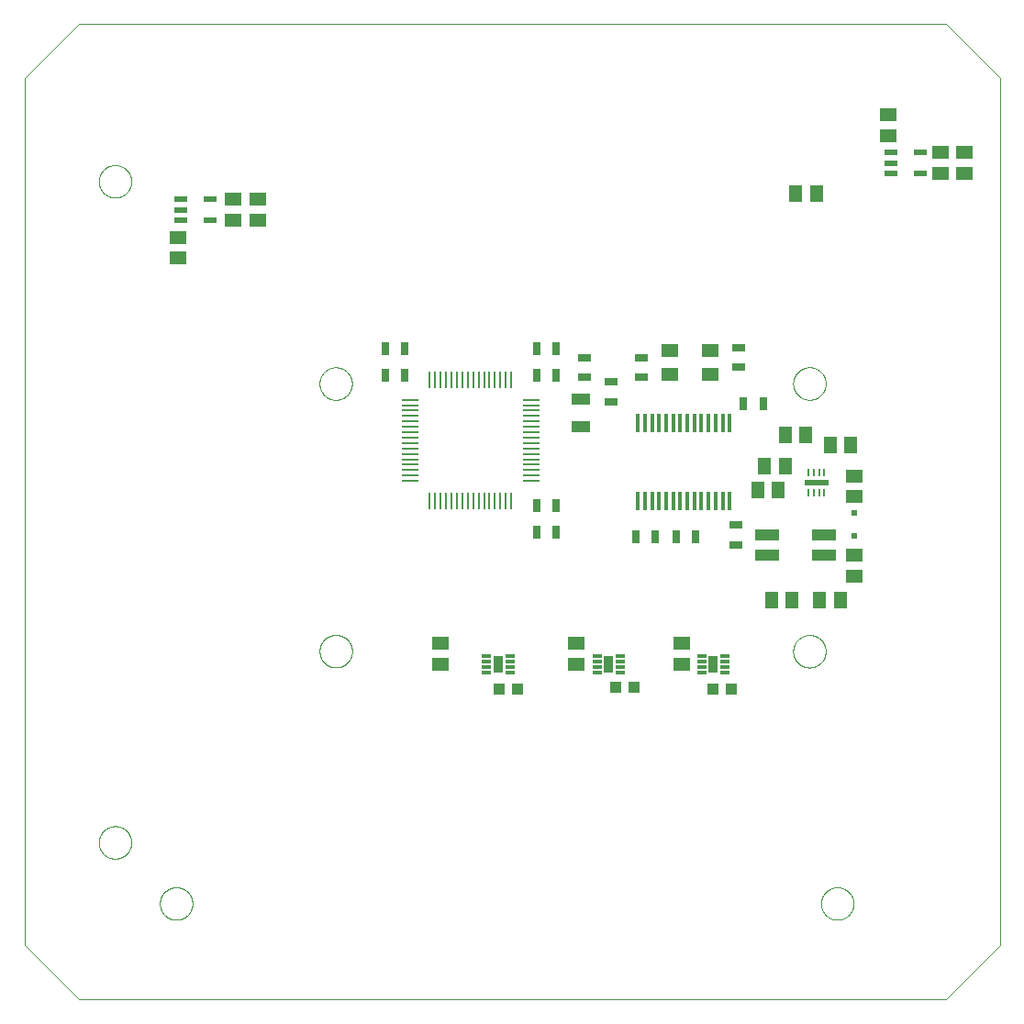
<source format=gtp>
G75*
%MOIN*%
%OFA0B0*%
%FSLAX25Y25*%
%IPPOS*%
%LPD*%
%AMOC8*
5,1,8,0,0,1.08239X$1,22.5*
%
%ADD10R,0.03937X0.04331*%
%ADD11R,0.03268X0.01181*%
%ADD12R,0.03543X0.06299*%
%ADD13C,0.00000*%
%ADD14R,0.05906X0.05118*%
%ADD15R,0.00984X0.06102*%
%ADD16R,0.06102X0.00984*%
%ADD17R,0.01575X0.06890*%
%ADD18R,0.07087X0.03937*%
%ADD19R,0.03150X0.04724*%
%ADD20R,0.04724X0.03150*%
%ADD21R,0.06299X0.04921*%
%ADD22R,0.03937X0.00984*%
%ADD23R,0.00984X0.03937*%
%ADD24R,0.08661X0.02402*%
%ADD25R,0.00984X0.02756*%
%ADD26R,0.05118X0.05906*%
%ADD27R,0.01969X0.01969*%
%ADD28R,0.08661X0.03937*%
%ADD29R,0.04724X0.02362*%
D10*
X0194061Y0132271D03*
X0200754Y0132271D03*
X0236332Y0133042D03*
X0243025Y0133042D03*
X0271679Y0132488D03*
X0278372Y0132488D03*
D11*
X0275913Y0138330D03*
X0275913Y0140299D03*
X0275913Y0142267D03*
X0275913Y0144236D03*
X0267527Y0144236D03*
X0267527Y0142267D03*
X0267527Y0140299D03*
X0267527Y0138330D03*
X0237913Y0138330D03*
X0237913Y0140299D03*
X0237913Y0142267D03*
X0237913Y0144236D03*
X0229527Y0144236D03*
X0229527Y0142267D03*
X0229527Y0140299D03*
X0229527Y0138330D03*
X0197813Y0138430D03*
X0197813Y0140399D03*
X0197813Y0142367D03*
X0197813Y0144336D03*
X0189427Y0144336D03*
X0189427Y0142367D03*
X0189427Y0140399D03*
X0189427Y0138430D03*
D12*
X0193620Y0141383D03*
X0233720Y0141283D03*
X0271720Y0141283D03*
D13*
X0021455Y0039203D02*
X0021455Y0354163D01*
X0041140Y0373848D01*
X0356100Y0373848D01*
X0375785Y0354163D01*
X0375785Y0039203D01*
X0356100Y0019518D01*
X0041140Y0019518D01*
X0021455Y0039203D01*
X0048494Y0076604D02*
X0048496Y0076757D01*
X0048502Y0076911D01*
X0048512Y0077064D01*
X0048526Y0077216D01*
X0048544Y0077369D01*
X0048566Y0077520D01*
X0048591Y0077671D01*
X0048621Y0077822D01*
X0048655Y0077972D01*
X0048692Y0078120D01*
X0048733Y0078268D01*
X0048778Y0078414D01*
X0048827Y0078560D01*
X0048880Y0078704D01*
X0048936Y0078846D01*
X0048996Y0078987D01*
X0049060Y0079127D01*
X0049127Y0079265D01*
X0049198Y0079401D01*
X0049273Y0079535D01*
X0049350Y0079667D01*
X0049432Y0079797D01*
X0049516Y0079925D01*
X0049604Y0080051D01*
X0049695Y0080174D01*
X0049789Y0080295D01*
X0049887Y0080413D01*
X0049987Y0080529D01*
X0050091Y0080642D01*
X0050197Y0080753D01*
X0050306Y0080861D01*
X0050418Y0080966D01*
X0050532Y0081067D01*
X0050650Y0081166D01*
X0050769Y0081262D01*
X0050891Y0081355D01*
X0051016Y0081444D01*
X0051143Y0081531D01*
X0051272Y0081613D01*
X0051403Y0081693D01*
X0051536Y0081769D01*
X0051671Y0081842D01*
X0051808Y0081911D01*
X0051947Y0081976D01*
X0052087Y0082038D01*
X0052229Y0082096D01*
X0052372Y0082151D01*
X0052517Y0082202D01*
X0052663Y0082249D01*
X0052810Y0082292D01*
X0052958Y0082331D01*
X0053107Y0082367D01*
X0053257Y0082398D01*
X0053408Y0082426D01*
X0053559Y0082450D01*
X0053712Y0082470D01*
X0053864Y0082486D01*
X0054017Y0082498D01*
X0054170Y0082506D01*
X0054323Y0082510D01*
X0054477Y0082510D01*
X0054630Y0082506D01*
X0054783Y0082498D01*
X0054936Y0082486D01*
X0055088Y0082470D01*
X0055241Y0082450D01*
X0055392Y0082426D01*
X0055543Y0082398D01*
X0055693Y0082367D01*
X0055842Y0082331D01*
X0055990Y0082292D01*
X0056137Y0082249D01*
X0056283Y0082202D01*
X0056428Y0082151D01*
X0056571Y0082096D01*
X0056713Y0082038D01*
X0056853Y0081976D01*
X0056992Y0081911D01*
X0057129Y0081842D01*
X0057264Y0081769D01*
X0057397Y0081693D01*
X0057528Y0081613D01*
X0057657Y0081531D01*
X0057784Y0081444D01*
X0057909Y0081355D01*
X0058031Y0081262D01*
X0058150Y0081166D01*
X0058268Y0081067D01*
X0058382Y0080966D01*
X0058494Y0080861D01*
X0058603Y0080753D01*
X0058709Y0080642D01*
X0058813Y0080529D01*
X0058913Y0080413D01*
X0059011Y0080295D01*
X0059105Y0080174D01*
X0059196Y0080051D01*
X0059284Y0079925D01*
X0059368Y0079797D01*
X0059450Y0079667D01*
X0059527Y0079535D01*
X0059602Y0079401D01*
X0059673Y0079265D01*
X0059740Y0079127D01*
X0059804Y0078987D01*
X0059864Y0078846D01*
X0059920Y0078704D01*
X0059973Y0078560D01*
X0060022Y0078414D01*
X0060067Y0078268D01*
X0060108Y0078120D01*
X0060145Y0077972D01*
X0060179Y0077822D01*
X0060209Y0077671D01*
X0060234Y0077520D01*
X0060256Y0077369D01*
X0060274Y0077216D01*
X0060288Y0077064D01*
X0060298Y0076911D01*
X0060304Y0076757D01*
X0060306Y0076604D01*
X0060304Y0076451D01*
X0060298Y0076297D01*
X0060288Y0076144D01*
X0060274Y0075992D01*
X0060256Y0075839D01*
X0060234Y0075688D01*
X0060209Y0075537D01*
X0060179Y0075386D01*
X0060145Y0075236D01*
X0060108Y0075088D01*
X0060067Y0074940D01*
X0060022Y0074794D01*
X0059973Y0074648D01*
X0059920Y0074504D01*
X0059864Y0074362D01*
X0059804Y0074221D01*
X0059740Y0074081D01*
X0059673Y0073943D01*
X0059602Y0073807D01*
X0059527Y0073673D01*
X0059450Y0073541D01*
X0059368Y0073411D01*
X0059284Y0073283D01*
X0059196Y0073157D01*
X0059105Y0073034D01*
X0059011Y0072913D01*
X0058913Y0072795D01*
X0058813Y0072679D01*
X0058709Y0072566D01*
X0058603Y0072455D01*
X0058494Y0072347D01*
X0058382Y0072242D01*
X0058268Y0072141D01*
X0058150Y0072042D01*
X0058031Y0071946D01*
X0057909Y0071853D01*
X0057784Y0071764D01*
X0057657Y0071677D01*
X0057528Y0071595D01*
X0057397Y0071515D01*
X0057264Y0071439D01*
X0057129Y0071366D01*
X0056992Y0071297D01*
X0056853Y0071232D01*
X0056713Y0071170D01*
X0056571Y0071112D01*
X0056428Y0071057D01*
X0056283Y0071006D01*
X0056137Y0070959D01*
X0055990Y0070916D01*
X0055842Y0070877D01*
X0055693Y0070841D01*
X0055543Y0070810D01*
X0055392Y0070782D01*
X0055241Y0070758D01*
X0055088Y0070738D01*
X0054936Y0070722D01*
X0054783Y0070710D01*
X0054630Y0070702D01*
X0054477Y0070698D01*
X0054323Y0070698D01*
X0054170Y0070702D01*
X0054017Y0070710D01*
X0053864Y0070722D01*
X0053712Y0070738D01*
X0053559Y0070758D01*
X0053408Y0070782D01*
X0053257Y0070810D01*
X0053107Y0070841D01*
X0052958Y0070877D01*
X0052810Y0070916D01*
X0052663Y0070959D01*
X0052517Y0071006D01*
X0052372Y0071057D01*
X0052229Y0071112D01*
X0052087Y0071170D01*
X0051947Y0071232D01*
X0051808Y0071297D01*
X0051671Y0071366D01*
X0051536Y0071439D01*
X0051403Y0071515D01*
X0051272Y0071595D01*
X0051143Y0071677D01*
X0051016Y0071764D01*
X0050891Y0071853D01*
X0050769Y0071946D01*
X0050650Y0072042D01*
X0050532Y0072141D01*
X0050418Y0072242D01*
X0050306Y0072347D01*
X0050197Y0072455D01*
X0050091Y0072566D01*
X0049987Y0072679D01*
X0049887Y0072795D01*
X0049789Y0072913D01*
X0049695Y0073034D01*
X0049604Y0073157D01*
X0049516Y0073283D01*
X0049432Y0073411D01*
X0049350Y0073541D01*
X0049273Y0073673D01*
X0049198Y0073807D01*
X0049127Y0073943D01*
X0049060Y0074081D01*
X0048996Y0074221D01*
X0048936Y0074362D01*
X0048880Y0074504D01*
X0048827Y0074648D01*
X0048778Y0074794D01*
X0048733Y0074940D01*
X0048692Y0075088D01*
X0048655Y0075236D01*
X0048621Y0075386D01*
X0048591Y0075537D01*
X0048566Y0075688D01*
X0048544Y0075839D01*
X0048526Y0075992D01*
X0048512Y0076144D01*
X0048502Y0076297D01*
X0048496Y0076451D01*
X0048494Y0076604D01*
X0070698Y0054400D02*
X0070700Y0054553D01*
X0070706Y0054707D01*
X0070716Y0054860D01*
X0070730Y0055012D01*
X0070748Y0055165D01*
X0070770Y0055316D01*
X0070795Y0055467D01*
X0070825Y0055618D01*
X0070859Y0055768D01*
X0070896Y0055916D01*
X0070937Y0056064D01*
X0070982Y0056210D01*
X0071031Y0056356D01*
X0071084Y0056500D01*
X0071140Y0056642D01*
X0071200Y0056783D01*
X0071264Y0056923D01*
X0071331Y0057061D01*
X0071402Y0057197D01*
X0071477Y0057331D01*
X0071554Y0057463D01*
X0071636Y0057593D01*
X0071720Y0057721D01*
X0071808Y0057847D01*
X0071899Y0057970D01*
X0071993Y0058091D01*
X0072091Y0058209D01*
X0072191Y0058325D01*
X0072295Y0058438D01*
X0072401Y0058549D01*
X0072510Y0058657D01*
X0072622Y0058762D01*
X0072736Y0058863D01*
X0072854Y0058962D01*
X0072973Y0059058D01*
X0073095Y0059151D01*
X0073220Y0059240D01*
X0073347Y0059327D01*
X0073476Y0059409D01*
X0073607Y0059489D01*
X0073740Y0059565D01*
X0073875Y0059638D01*
X0074012Y0059707D01*
X0074151Y0059772D01*
X0074291Y0059834D01*
X0074433Y0059892D01*
X0074576Y0059947D01*
X0074721Y0059998D01*
X0074867Y0060045D01*
X0075014Y0060088D01*
X0075162Y0060127D01*
X0075311Y0060163D01*
X0075461Y0060194D01*
X0075612Y0060222D01*
X0075763Y0060246D01*
X0075916Y0060266D01*
X0076068Y0060282D01*
X0076221Y0060294D01*
X0076374Y0060302D01*
X0076527Y0060306D01*
X0076681Y0060306D01*
X0076834Y0060302D01*
X0076987Y0060294D01*
X0077140Y0060282D01*
X0077292Y0060266D01*
X0077445Y0060246D01*
X0077596Y0060222D01*
X0077747Y0060194D01*
X0077897Y0060163D01*
X0078046Y0060127D01*
X0078194Y0060088D01*
X0078341Y0060045D01*
X0078487Y0059998D01*
X0078632Y0059947D01*
X0078775Y0059892D01*
X0078917Y0059834D01*
X0079057Y0059772D01*
X0079196Y0059707D01*
X0079333Y0059638D01*
X0079468Y0059565D01*
X0079601Y0059489D01*
X0079732Y0059409D01*
X0079861Y0059327D01*
X0079988Y0059240D01*
X0080113Y0059151D01*
X0080235Y0059058D01*
X0080354Y0058962D01*
X0080472Y0058863D01*
X0080586Y0058762D01*
X0080698Y0058657D01*
X0080807Y0058549D01*
X0080913Y0058438D01*
X0081017Y0058325D01*
X0081117Y0058209D01*
X0081215Y0058091D01*
X0081309Y0057970D01*
X0081400Y0057847D01*
X0081488Y0057721D01*
X0081572Y0057593D01*
X0081654Y0057463D01*
X0081731Y0057331D01*
X0081806Y0057197D01*
X0081877Y0057061D01*
X0081944Y0056923D01*
X0082008Y0056783D01*
X0082068Y0056642D01*
X0082124Y0056500D01*
X0082177Y0056356D01*
X0082226Y0056210D01*
X0082271Y0056064D01*
X0082312Y0055916D01*
X0082349Y0055768D01*
X0082383Y0055618D01*
X0082413Y0055467D01*
X0082438Y0055316D01*
X0082460Y0055165D01*
X0082478Y0055012D01*
X0082492Y0054860D01*
X0082502Y0054707D01*
X0082508Y0054553D01*
X0082510Y0054400D01*
X0082508Y0054247D01*
X0082502Y0054093D01*
X0082492Y0053940D01*
X0082478Y0053788D01*
X0082460Y0053635D01*
X0082438Y0053484D01*
X0082413Y0053333D01*
X0082383Y0053182D01*
X0082349Y0053032D01*
X0082312Y0052884D01*
X0082271Y0052736D01*
X0082226Y0052590D01*
X0082177Y0052444D01*
X0082124Y0052300D01*
X0082068Y0052158D01*
X0082008Y0052017D01*
X0081944Y0051877D01*
X0081877Y0051739D01*
X0081806Y0051603D01*
X0081731Y0051469D01*
X0081654Y0051337D01*
X0081572Y0051207D01*
X0081488Y0051079D01*
X0081400Y0050953D01*
X0081309Y0050830D01*
X0081215Y0050709D01*
X0081117Y0050591D01*
X0081017Y0050475D01*
X0080913Y0050362D01*
X0080807Y0050251D01*
X0080698Y0050143D01*
X0080586Y0050038D01*
X0080472Y0049937D01*
X0080354Y0049838D01*
X0080235Y0049742D01*
X0080113Y0049649D01*
X0079988Y0049560D01*
X0079861Y0049473D01*
X0079732Y0049391D01*
X0079601Y0049311D01*
X0079468Y0049235D01*
X0079333Y0049162D01*
X0079196Y0049093D01*
X0079057Y0049028D01*
X0078917Y0048966D01*
X0078775Y0048908D01*
X0078632Y0048853D01*
X0078487Y0048802D01*
X0078341Y0048755D01*
X0078194Y0048712D01*
X0078046Y0048673D01*
X0077897Y0048637D01*
X0077747Y0048606D01*
X0077596Y0048578D01*
X0077445Y0048554D01*
X0077292Y0048534D01*
X0077140Y0048518D01*
X0076987Y0048506D01*
X0076834Y0048498D01*
X0076681Y0048494D01*
X0076527Y0048494D01*
X0076374Y0048498D01*
X0076221Y0048506D01*
X0076068Y0048518D01*
X0075916Y0048534D01*
X0075763Y0048554D01*
X0075612Y0048578D01*
X0075461Y0048606D01*
X0075311Y0048637D01*
X0075162Y0048673D01*
X0075014Y0048712D01*
X0074867Y0048755D01*
X0074721Y0048802D01*
X0074576Y0048853D01*
X0074433Y0048908D01*
X0074291Y0048966D01*
X0074151Y0049028D01*
X0074012Y0049093D01*
X0073875Y0049162D01*
X0073740Y0049235D01*
X0073607Y0049311D01*
X0073476Y0049391D01*
X0073347Y0049473D01*
X0073220Y0049560D01*
X0073095Y0049649D01*
X0072973Y0049742D01*
X0072854Y0049838D01*
X0072736Y0049937D01*
X0072622Y0050038D01*
X0072510Y0050143D01*
X0072401Y0050251D01*
X0072295Y0050362D01*
X0072191Y0050475D01*
X0072091Y0050591D01*
X0071993Y0050709D01*
X0071899Y0050830D01*
X0071808Y0050953D01*
X0071720Y0051079D01*
X0071636Y0051207D01*
X0071554Y0051337D01*
X0071477Y0051469D01*
X0071402Y0051603D01*
X0071331Y0051739D01*
X0071264Y0051877D01*
X0071200Y0052017D01*
X0071140Y0052158D01*
X0071084Y0052300D01*
X0071031Y0052444D01*
X0070982Y0052590D01*
X0070937Y0052736D01*
X0070896Y0052884D01*
X0070859Y0053032D01*
X0070825Y0053182D01*
X0070795Y0053333D01*
X0070770Y0053484D01*
X0070748Y0053635D01*
X0070730Y0053788D01*
X0070716Y0053940D01*
X0070706Y0054093D01*
X0070700Y0054247D01*
X0070698Y0054400D01*
X0128694Y0146083D02*
X0128696Y0146236D01*
X0128702Y0146390D01*
X0128712Y0146543D01*
X0128726Y0146695D01*
X0128744Y0146848D01*
X0128766Y0146999D01*
X0128791Y0147150D01*
X0128821Y0147301D01*
X0128855Y0147451D01*
X0128892Y0147599D01*
X0128933Y0147747D01*
X0128978Y0147893D01*
X0129027Y0148039D01*
X0129080Y0148183D01*
X0129136Y0148325D01*
X0129196Y0148466D01*
X0129260Y0148606D01*
X0129327Y0148744D01*
X0129398Y0148880D01*
X0129473Y0149014D01*
X0129550Y0149146D01*
X0129632Y0149276D01*
X0129716Y0149404D01*
X0129804Y0149530D01*
X0129895Y0149653D01*
X0129989Y0149774D01*
X0130087Y0149892D01*
X0130187Y0150008D01*
X0130291Y0150121D01*
X0130397Y0150232D01*
X0130506Y0150340D01*
X0130618Y0150445D01*
X0130732Y0150546D01*
X0130850Y0150645D01*
X0130969Y0150741D01*
X0131091Y0150834D01*
X0131216Y0150923D01*
X0131343Y0151010D01*
X0131472Y0151092D01*
X0131603Y0151172D01*
X0131736Y0151248D01*
X0131871Y0151321D01*
X0132008Y0151390D01*
X0132147Y0151455D01*
X0132287Y0151517D01*
X0132429Y0151575D01*
X0132572Y0151630D01*
X0132717Y0151681D01*
X0132863Y0151728D01*
X0133010Y0151771D01*
X0133158Y0151810D01*
X0133307Y0151846D01*
X0133457Y0151877D01*
X0133608Y0151905D01*
X0133759Y0151929D01*
X0133912Y0151949D01*
X0134064Y0151965D01*
X0134217Y0151977D01*
X0134370Y0151985D01*
X0134523Y0151989D01*
X0134677Y0151989D01*
X0134830Y0151985D01*
X0134983Y0151977D01*
X0135136Y0151965D01*
X0135288Y0151949D01*
X0135441Y0151929D01*
X0135592Y0151905D01*
X0135743Y0151877D01*
X0135893Y0151846D01*
X0136042Y0151810D01*
X0136190Y0151771D01*
X0136337Y0151728D01*
X0136483Y0151681D01*
X0136628Y0151630D01*
X0136771Y0151575D01*
X0136913Y0151517D01*
X0137053Y0151455D01*
X0137192Y0151390D01*
X0137329Y0151321D01*
X0137464Y0151248D01*
X0137597Y0151172D01*
X0137728Y0151092D01*
X0137857Y0151010D01*
X0137984Y0150923D01*
X0138109Y0150834D01*
X0138231Y0150741D01*
X0138350Y0150645D01*
X0138468Y0150546D01*
X0138582Y0150445D01*
X0138694Y0150340D01*
X0138803Y0150232D01*
X0138909Y0150121D01*
X0139013Y0150008D01*
X0139113Y0149892D01*
X0139211Y0149774D01*
X0139305Y0149653D01*
X0139396Y0149530D01*
X0139484Y0149404D01*
X0139568Y0149276D01*
X0139650Y0149146D01*
X0139727Y0149014D01*
X0139802Y0148880D01*
X0139873Y0148744D01*
X0139940Y0148606D01*
X0140004Y0148466D01*
X0140064Y0148325D01*
X0140120Y0148183D01*
X0140173Y0148039D01*
X0140222Y0147893D01*
X0140267Y0147747D01*
X0140308Y0147599D01*
X0140345Y0147451D01*
X0140379Y0147301D01*
X0140409Y0147150D01*
X0140434Y0146999D01*
X0140456Y0146848D01*
X0140474Y0146695D01*
X0140488Y0146543D01*
X0140498Y0146390D01*
X0140504Y0146236D01*
X0140506Y0146083D01*
X0140504Y0145930D01*
X0140498Y0145776D01*
X0140488Y0145623D01*
X0140474Y0145471D01*
X0140456Y0145318D01*
X0140434Y0145167D01*
X0140409Y0145016D01*
X0140379Y0144865D01*
X0140345Y0144715D01*
X0140308Y0144567D01*
X0140267Y0144419D01*
X0140222Y0144273D01*
X0140173Y0144127D01*
X0140120Y0143983D01*
X0140064Y0143841D01*
X0140004Y0143700D01*
X0139940Y0143560D01*
X0139873Y0143422D01*
X0139802Y0143286D01*
X0139727Y0143152D01*
X0139650Y0143020D01*
X0139568Y0142890D01*
X0139484Y0142762D01*
X0139396Y0142636D01*
X0139305Y0142513D01*
X0139211Y0142392D01*
X0139113Y0142274D01*
X0139013Y0142158D01*
X0138909Y0142045D01*
X0138803Y0141934D01*
X0138694Y0141826D01*
X0138582Y0141721D01*
X0138468Y0141620D01*
X0138350Y0141521D01*
X0138231Y0141425D01*
X0138109Y0141332D01*
X0137984Y0141243D01*
X0137857Y0141156D01*
X0137728Y0141074D01*
X0137597Y0140994D01*
X0137464Y0140918D01*
X0137329Y0140845D01*
X0137192Y0140776D01*
X0137053Y0140711D01*
X0136913Y0140649D01*
X0136771Y0140591D01*
X0136628Y0140536D01*
X0136483Y0140485D01*
X0136337Y0140438D01*
X0136190Y0140395D01*
X0136042Y0140356D01*
X0135893Y0140320D01*
X0135743Y0140289D01*
X0135592Y0140261D01*
X0135441Y0140237D01*
X0135288Y0140217D01*
X0135136Y0140201D01*
X0134983Y0140189D01*
X0134830Y0140181D01*
X0134677Y0140177D01*
X0134523Y0140177D01*
X0134370Y0140181D01*
X0134217Y0140189D01*
X0134064Y0140201D01*
X0133912Y0140217D01*
X0133759Y0140237D01*
X0133608Y0140261D01*
X0133457Y0140289D01*
X0133307Y0140320D01*
X0133158Y0140356D01*
X0133010Y0140395D01*
X0132863Y0140438D01*
X0132717Y0140485D01*
X0132572Y0140536D01*
X0132429Y0140591D01*
X0132287Y0140649D01*
X0132147Y0140711D01*
X0132008Y0140776D01*
X0131871Y0140845D01*
X0131736Y0140918D01*
X0131603Y0140994D01*
X0131472Y0141074D01*
X0131343Y0141156D01*
X0131216Y0141243D01*
X0131091Y0141332D01*
X0130969Y0141425D01*
X0130850Y0141521D01*
X0130732Y0141620D01*
X0130618Y0141721D01*
X0130506Y0141826D01*
X0130397Y0141934D01*
X0130291Y0142045D01*
X0130187Y0142158D01*
X0130087Y0142274D01*
X0129989Y0142392D01*
X0129895Y0142513D01*
X0129804Y0142636D01*
X0129716Y0142762D01*
X0129632Y0142890D01*
X0129550Y0143020D01*
X0129473Y0143152D01*
X0129398Y0143286D01*
X0129327Y0143422D01*
X0129260Y0143560D01*
X0129196Y0143700D01*
X0129136Y0143841D01*
X0129080Y0143983D01*
X0129027Y0144127D01*
X0128978Y0144273D01*
X0128933Y0144419D01*
X0128892Y0144567D01*
X0128855Y0144715D01*
X0128821Y0144865D01*
X0128791Y0145016D01*
X0128766Y0145167D01*
X0128744Y0145318D01*
X0128726Y0145471D01*
X0128712Y0145623D01*
X0128702Y0145776D01*
X0128696Y0145930D01*
X0128694Y0146083D01*
X0128664Y0243293D02*
X0128666Y0243446D01*
X0128672Y0243600D01*
X0128682Y0243753D01*
X0128696Y0243905D01*
X0128714Y0244058D01*
X0128736Y0244209D01*
X0128761Y0244360D01*
X0128791Y0244511D01*
X0128825Y0244661D01*
X0128862Y0244809D01*
X0128903Y0244957D01*
X0128948Y0245103D01*
X0128997Y0245249D01*
X0129050Y0245393D01*
X0129106Y0245535D01*
X0129166Y0245676D01*
X0129230Y0245816D01*
X0129297Y0245954D01*
X0129368Y0246090D01*
X0129443Y0246224D01*
X0129520Y0246356D01*
X0129602Y0246486D01*
X0129686Y0246614D01*
X0129774Y0246740D01*
X0129865Y0246863D01*
X0129959Y0246984D01*
X0130057Y0247102D01*
X0130157Y0247218D01*
X0130261Y0247331D01*
X0130367Y0247442D01*
X0130476Y0247550D01*
X0130588Y0247655D01*
X0130702Y0247756D01*
X0130820Y0247855D01*
X0130939Y0247951D01*
X0131061Y0248044D01*
X0131186Y0248133D01*
X0131313Y0248220D01*
X0131442Y0248302D01*
X0131573Y0248382D01*
X0131706Y0248458D01*
X0131841Y0248531D01*
X0131978Y0248600D01*
X0132117Y0248665D01*
X0132257Y0248727D01*
X0132399Y0248785D01*
X0132542Y0248840D01*
X0132687Y0248891D01*
X0132833Y0248938D01*
X0132980Y0248981D01*
X0133128Y0249020D01*
X0133277Y0249056D01*
X0133427Y0249087D01*
X0133578Y0249115D01*
X0133729Y0249139D01*
X0133882Y0249159D01*
X0134034Y0249175D01*
X0134187Y0249187D01*
X0134340Y0249195D01*
X0134493Y0249199D01*
X0134647Y0249199D01*
X0134800Y0249195D01*
X0134953Y0249187D01*
X0135106Y0249175D01*
X0135258Y0249159D01*
X0135411Y0249139D01*
X0135562Y0249115D01*
X0135713Y0249087D01*
X0135863Y0249056D01*
X0136012Y0249020D01*
X0136160Y0248981D01*
X0136307Y0248938D01*
X0136453Y0248891D01*
X0136598Y0248840D01*
X0136741Y0248785D01*
X0136883Y0248727D01*
X0137023Y0248665D01*
X0137162Y0248600D01*
X0137299Y0248531D01*
X0137434Y0248458D01*
X0137567Y0248382D01*
X0137698Y0248302D01*
X0137827Y0248220D01*
X0137954Y0248133D01*
X0138079Y0248044D01*
X0138201Y0247951D01*
X0138320Y0247855D01*
X0138438Y0247756D01*
X0138552Y0247655D01*
X0138664Y0247550D01*
X0138773Y0247442D01*
X0138879Y0247331D01*
X0138983Y0247218D01*
X0139083Y0247102D01*
X0139181Y0246984D01*
X0139275Y0246863D01*
X0139366Y0246740D01*
X0139454Y0246614D01*
X0139538Y0246486D01*
X0139620Y0246356D01*
X0139697Y0246224D01*
X0139772Y0246090D01*
X0139843Y0245954D01*
X0139910Y0245816D01*
X0139974Y0245676D01*
X0140034Y0245535D01*
X0140090Y0245393D01*
X0140143Y0245249D01*
X0140192Y0245103D01*
X0140237Y0244957D01*
X0140278Y0244809D01*
X0140315Y0244661D01*
X0140349Y0244511D01*
X0140379Y0244360D01*
X0140404Y0244209D01*
X0140426Y0244058D01*
X0140444Y0243905D01*
X0140458Y0243753D01*
X0140468Y0243600D01*
X0140474Y0243446D01*
X0140476Y0243293D01*
X0140474Y0243140D01*
X0140468Y0242986D01*
X0140458Y0242833D01*
X0140444Y0242681D01*
X0140426Y0242528D01*
X0140404Y0242377D01*
X0140379Y0242226D01*
X0140349Y0242075D01*
X0140315Y0241925D01*
X0140278Y0241777D01*
X0140237Y0241629D01*
X0140192Y0241483D01*
X0140143Y0241337D01*
X0140090Y0241193D01*
X0140034Y0241051D01*
X0139974Y0240910D01*
X0139910Y0240770D01*
X0139843Y0240632D01*
X0139772Y0240496D01*
X0139697Y0240362D01*
X0139620Y0240230D01*
X0139538Y0240100D01*
X0139454Y0239972D01*
X0139366Y0239846D01*
X0139275Y0239723D01*
X0139181Y0239602D01*
X0139083Y0239484D01*
X0138983Y0239368D01*
X0138879Y0239255D01*
X0138773Y0239144D01*
X0138664Y0239036D01*
X0138552Y0238931D01*
X0138438Y0238830D01*
X0138320Y0238731D01*
X0138201Y0238635D01*
X0138079Y0238542D01*
X0137954Y0238453D01*
X0137827Y0238366D01*
X0137698Y0238284D01*
X0137567Y0238204D01*
X0137434Y0238128D01*
X0137299Y0238055D01*
X0137162Y0237986D01*
X0137023Y0237921D01*
X0136883Y0237859D01*
X0136741Y0237801D01*
X0136598Y0237746D01*
X0136453Y0237695D01*
X0136307Y0237648D01*
X0136160Y0237605D01*
X0136012Y0237566D01*
X0135863Y0237530D01*
X0135713Y0237499D01*
X0135562Y0237471D01*
X0135411Y0237447D01*
X0135258Y0237427D01*
X0135106Y0237411D01*
X0134953Y0237399D01*
X0134800Y0237391D01*
X0134647Y0237387D01*
X0134493Y0237387D01*
X0134340Y0237391D01*
X0134187Y0237399D01*
X0134034Y0237411D01*
X0133882Y0237427D01*
X0133729Y0237447D01*
X0133578Y0237471D01*
X0133427Y0237499D01*
X0133277Y0237530D01*
X0133128Y0237566D01*
X0132980Y0237605D01*
X0132833Y0237648D01*
X0132687Y0237695D01*
X0132542Y0237746D01*
X0132399Y0237801D01*
X0132257Y0237859D01*
X0132117Y0237921D01*
X0131978Y0237986D01*
X0131841Y0238055D01*
X0131706Y0238128D01*
X0131573Y0238204D01*
X0131442Y0238284D01*
X0131313Y0238366D01*
X0131186Y0238453D01*
X0131061Y0238542D01*
X0130939Y0238635D01*
X0130820Y0238731D01*
X0130702Y0238830D01*
X0130588Y0238931D01*
X0130476Y0239036D01*
X0130367Y0239144D01*
X0130261Y0239255D01*
X0130157Y0239368D01*
X0130057Y0239484D01*
X0129959Y0239602D01*
X0129865Y0239723D01*
X0129774Y0239846D01*
X0129686Y0239972D01*
X0129602Y0240100D01*
X0129520Y0240230D01*
X0129443Y0240362D01*
X0129368Y0240496D01*
X0129297Y0240632D01*
X0129230Y0240770D01*
X0129166Y0240910D01*
X0129106Y0241051D01*
X0129050Y0241193D01*
X0128997Y0241337D01*
X0128948Y0241483D01*
X0128903Y0241629D01*
X0128862Y0241777D01*
X0128825Y0241925D01*
X0128791Y0242075D01*
X0128761Y0242226D01*
X0128736Y0242377D01*
X0128714Y0242528D01*
X0128696Y0242681D01*
X0128682Y0242833D01*
X0128672Y0242986D01*
X0128666Y0243140D01*
X0128664Y0243293D01*
X0048494Y0316762D02*
X0048496Y0316915D01*
X0048502Y0317069D01*
X0048512Y0317222D01*
X0048526Y0317374D01*
X0048544Y0317527D01*
X0048566Y0317678D01*
X0048591Y0317829D01*
X0048621Y0317980D01*
X0048655Y0318130D01*
X0048692Y0318278D01*
X0048733Y0318426D01*
X0048778Y0318572D01*
X0048827Y0318718D01*
X0048880Y0318862D01*
X0048936Y0319004D01*
X0048996Y0319145D01*
X0049060Y0319285D01*
X0049127Y0319423D01*
X0049198Y0319559D01*
X0049273Y0319693D01*
X0049350Y0319825D01*
X0049432Y0319955D01*
X0049516Y0320083D01*
X0049604Y0320209D01*
X0049695Y0320332D01*
X0049789Y0320453D01*
X0049887Y0320571D01*
X0049987Y0320687D01*
X0050091Y0320800D01*
X0050197Y0320911D01*
X0050306Y0321019D01*
X0050418Y0321124D01*
X0050532Y0321225D01*
X0050650Y0321324D01*
X0050769Y0321420D01*
X0050891Y0321513D01*
X0051016Y0321602D01*
X0051143Y0321689D01*
X0051272Y0321771D01*
X0051403Y0321851D01*
X0051536Y0321927D01*
X0051671Y0322000D01*
X0051808Y0322069D01*
X0051947Y0322134D01*
X0052087Y0322196D01*
X0052229Y0322254D01*
X0052372Y0322309D01*
X0052517Y0322360D01*
X0052663Y0322407D01*
X0052810Y0322450D01*
X0052958Y0322489D01*
X0053107Y0322525D01*
X0053257Y0322556D01*
X0053408Y0322584D01*
X0053559Y0322608D01*
X0053712Y0322628D01*
X0053864Y0322644D01*
X0054017Y0322656D01*
X0054170Y0322664D01*
X0054323Y0322668D01*
X0054477Y0322668D01*
X0054630Y0322664D01*
X0054783Y0322656D01*
X0054936Y0322644D01*
X0055088Y0322628D01*
X0055241Y0322608D01*
X0055392Y0322584D01*
X0055543Y0322556D01*
X0055693Y0322525D01*
X0055842Y0322489D01*
X0055990Y0322450D01*
X0056137Y0322407D01*
X0056283Y0322360D01*
X0056428Y0322309D01*
X0056571Y0322254D01*
X0056713Y0322196D01*
X0056853Y0322134D01*
X0056992Y0322069D01*
X0057129Y0322000D01*
X0057264Y0321927D01*
X0057397Y0321851D01*
X0057528Y0321771D01*
X0057657Y0321689D01*
X0057784Y0321602D01*
X0057909Y0321513D01*
X0058031Y0321420D01*
X0058150Y0321324D01*
X0058268Y0321225D01*
X0058382Y0321124D01*
X0058494Y0321019D01*
X0058603Y0320911D01*
X0058709Y0320800D01*
X0058813Y0320687D01*
X0058913Y0320571D01*
X0059011Y0320453D01*
X0059105Y0320332D01*
X0059196Y0320209D01*
X0059284Y0320083D01*
X0059368Y0319955D01*
X0059450Y0319825D01*
X0059527Y0319693D01*
X0059602Y0319559D01*
X0059673Y0319423D01*
X0059740Y0319285D01*
X0059804Y0319145D01*
X0059864Y0319004D01*
X0059920Y0318862D01*
X0059973Y0318718D01*
X0060022Y0318572D01*
X0060067Y0318426D01*
X0060108Y0318278D01*
X0060145Y0318130D01*
X0060179Y0317980D01*
X0060209Y0317829D01*
X0060234Y0317678D01*
X0060256Y0317527D01*
X0060274Y0317374D01*
X0060288Y0317222D01*
X0060298Y0317069D01*
X0060304Y0316915D01*
X0060306Y0316762D01*
X0060304Y0316609D01*
X0060298Y0316455D01*
X0060288Y0316302D01*
X0060274Y0316150D01*
X0060256Y0315997D01*
X0060234Y0315846D01*
X0060209Y0315695D01*
X0060179Y0315544D01*
X0060145Y0315394D01*
X0060108Y0315246D01*
X0060067Y0315098D01*
X0060022Y0314952D01*
X0059973Y0314806D01*
X0059920Y0314662D01*
X0059864Y0314520D01*
X0059804Y0314379D01*
X0059740Y0314239D01*
X0059673Y0314101D01*
X0059602Y0313965D01*
X0059527Y0313831D01*
X0059450Y0313699D01*
X0059368Y0313569D01*
X0059284Y0313441D01*
X0059196Y0313315D01*
X0059105Y0313192D01*
X0059011Y0313071D01*
X0058913Y0312953D01*
X0058813Y0312837D01*
X0058709Y0312724D01*
X0058603Y0312613D01*
X0058494Y0312505D01*
X0058382Y0312400D01*
X0058268Y0312299D01*
X0058150Y0312200D01*
X0058031Y0312104D01*
X0057909Y0312011D01*
X0057784Y0311922D01*
X0057657Y0311835D01*
X0057528Y0311753D01*
X0057397Y0311673D01*
X0057264Y0311597D01*
X0057129Y0311524D01*
X0056992Y0311455D01*
X0056853Y0311390D01*
X0056713Y0311328D01*
X0056571Y0311270D01*
X0056428Y0311215D01*
X0056283Y0311164D01*
X0056137Y0311117D01*
X0055990Y0311074D01*
X0055842Y0311035D01*
X0055693Y0310999D01*
X0055543Y0310968D01*
X0055392Y0310940D01*
X0055241Y0310916D01*
X0055088Y0310896D01*
X0054936Y0310880D01*
X0054783Y0310868D01*
X0054630Y0310860D01*
X0054477Y0310856D01*
X0054323Y0310856D01*
X0054170Y0310860D01*
X0054017Y0310868D01*
X0053864Y0310880D01*
X0053712Y0310896D01*
X0053559Y0310916D01*
X0053408Y0310940D01*
X0053257Y0310968D01*
X0053107Y0310999D01*
X0052958Y0311035D01*
X0052810Y0311074D01*
X0052663Y0311117D01*
X0052517Y0311164D01*
X0052372Y0311215D01*
X0052229Y0311270D01*
X0052087Y0311328D01*
X0051947Y0311390D01*
X0051808Y0311455D01*
X0051671Y0311524D01*
X0051536Y0311597D01*
X0051403Y0311673D01*
X0051272Y0311753D01*
X0051143Y0311835D01*
X0051016Y0311922D01*
X0050891Y0312011D01*
X0050769Y0312104D01*
X0050650Y0312200D01*
X0050532Y0312299D01*
X0050418Y0312400D01*
X0050306Y0312505D01*
X0050197Y0312613D01*
X0050091Y0312724D01*
X0049987Y0312837D01*
X0049887Y0312953D01*
X0049789Y0313071D01*
X0049695Y0313192D01*
X0049604Y0313315D01*
X0049516Y0313441D01*
X0049432Y0313569D01*
X0049350Y0313699D01*
X0049273Y0313831D01*
X0049198Y0313965D01*
X0049127Y0314101D01*
X0049060Y0314239D01*
X0048996Y0314379D01*
X0048936Y0314520D01*
X0048880Y0314662D01*
X0048827Y0314806D01*
X0048778Y0314952D01*
X0048733Y0315098D01*
X0048692Y0315246D01*
X0048655Y0315394D01*
X0048621Y0315544D01*
X0048591Y0315695D01*
X0048566Y0315846D01*
X0048544Y0315997D01*
X0048526Y0316150D01*
X0048512Y0316302D01*
X0048502Y0316455D01*
X0048496Y0316609D01*
X0048494Y0316762D01*
X0300734Y0243313D02*
X0300736Y0243466D01*
X0300742Y0243620D01*
X0300752Y0243773D01*
X0300766Y0243925D01*
X0300784Y0244078D01*
X0300806Y0244229D01*
X0300831Y0244380D01*
X0300861Y0244531D01*
X0300895Y0244681D01*
X0300932Y0244829D01*
X0300973Y0244977D01*
X0301018Y0245123D01*
X0301067Y0245269D01*
X0301120Y0245413D01*
X0301176Y0245555D01*
X0301236Y0245696D01*
X0301300Y0245836D01*
X0301367Y0245974D01*
X0301438Y0246110D01*
X0301513Y0246244D01*
X0301590Y0246376D01*
X0301672Y0246506D01*
X0301756Y0246634D01*
X0301844Y0246760D01*
X0301935Y0246883D01*
X0302029Y0247004D01*
X0302127Y0247122D01*
X0302227Y0247238D01*
X0302331Y0247351D01*
X0302437Y0247462D01*
X0302546Y0247570D01*
X0302658Y0247675D01*
X0302772Y0247776D01*
X0302890Y0247875D01*
X0303009Y0247971D01*
X0303131Y0248064D01*
X0303256Y0248153D01*
X0303383Y0248240D01*
X0303512Y0248322D01*
X0303643Y0248402D01*
X0303776Y0248478D01*
X0303911Y0248551D01*
X0304048Y0248620D01*
X0304187Y0248685D01*
X0304327Y0248747D01*
X0304469Y0248805D01*
X0304612Y0248860D01*
X0304757Y0248911D01*
X0304903Y0248958D01*
X0305050Y0249001D01*
X0305198Y0249040D01*
X0305347Y0249076D01*
X0305497Y0249107D01*
X0305648Y0249135D01*
X0305799Y0249159D01*
X0305952Y0249179D01*
X0306104Y0249195D01*
X0306257Y0249207D01*
X0306410Y0249215D01*
X0306563Y0249219D01*
X0306717Y0249219D01*
X0306870Y0249215D01*
X0307023Y0249207D01*
X0307176Y0249195D01*
X0307328Y0249179D01*
X0307481Y0249159D01*
X0307632Y0249135D01*
X0307783Y0249107D01*
X0307933Y0249076D01*
X0308082Y0249040D01*
X0308230Y0249001D01*
X0308377Y0248958D01*
X0308523Y0248911D01*
X0308668Y0248860D01*
X0308811Y0248805D01*
X0308953Y0248747D01*
X0309093Y0248685D01*
X0309232Y0248620D01*
X0309369Y0248551D01*
X0309504Y0248478D01*
X0309637Y0248402D01*
X0309768Y0248322D01*
X0309897Y0248240D01*
X0310024Y0248153D01*
X0310149Y0248064D01*
X0310271Y0247971D01*
X0310390Y0247875D01*
X0310508Y0247776D01*
X0310622Y0247675D01*
X0310734Y0247570D01*
X0310843Y0247462D01*
X0310949Y0247351D01*
X0311053Y0247238D01*
X0311153Y0247122D01*
X0311251Y0247004D01*
X0311345Y0246883D01*
X0311436Y0246760D01*
X0311524Y0246634D01*
X0311608Y0246506D01*
X0311690Y0246376D01*
X0311767Y0246244D01*
X0311842Y0246110D01*
X0311913Y0245974D01*
X0311980Y0245836D01*
X0312044Y0245696D01*
X0312104Y0245555D01*
X0312160Y0245413D01*
X0312213Y0245269D01*
X0312262Y0245123D01*
X0312307Y0244977D01*
X0312348Y0244829D01*
X0312385Y0244681D01*
X0312419Y0244531D01*
X0312449Y0244380D01*
X0312474Y0244229D01*
X0312496Y0244078D01*
X0312514Y0243925D01*
X0312528Y0243773D01*
X0312538Y0243620D01*
X0312544Y0243466D01*
X0312546Y0243313D01*
X0312544Y0243160D01*
X0312538Y0243006D01*
X0312528Y0242853D01*
X0312514Y0242701D01*
X0312496Y0242548D01*
X0312474Y0242397D01*
X0312449Y0242246D01*
X0312419Y0242095D01*
X0312385Y0241945D01*
X0312348Y0241797D01*
X0312307Y0241649D01*
X0312262Y0241503D01*
X0312213Y0241357D01*
X0312160Y0241213D01*
X0312104Y0241071D01*
X0312044Y0240930D01*
X0311980Y0240790D01*
X0311913Y0240652D01*
X0311842Y0240516D01*
X0311767Y0240382D01*
X0311690Y0240250D01*
X0311608Y0240120D01*
X0311524Y0239992D01*
X0311436Y0239866D01*
X0311345Y0239743D01*
X0311251Y0239622D01*
X0311153Y0239504D01*
X0311053Y0239388D01*
X0310949Y0239275D01*
X0310843Y0239164D01*
X0310734Y0239056D01*
X0310622Y0238951D01*
X0310508Y0238850D01*
X0310390Y0238751D01*
X0310271Y0238655D01*
X0310149Y0238562D01*
X0310024Y0238473D01*
X0309897Y0238386D01*
X0309768Y0238304D01*
X0309637Y0238224D01*
X0309504Y0238148D01*
X0309369Y0238075D01*
X0309232Y0238006D01*
X0309093Y0237941D01*
X0308953Y0237879D01*
X0308811Y0237821D01*
X0308668Y0237766D01*
X0308523Y0237715D01*
X0308377Y0237668D01*
X0308230Y0237625D01*
X0308082Y0237586D01*
X0307933Y0237550D01*
X0307783Y0237519D01*
X0307632Y0237491D01*
X0307481Y0237467D01*
X0307328Y0237447D01*
X0307176Y0237431D01*
X0307023Y0237419D01*
X0306870Y0237411D01*
X0306717Y0237407D01*
X0306563Y0237407D01*
X0306410Y0237411D01*
X0306257Y0237419D01*
X0306104Y0237431D01*
X0305952Y0237447D01*
X0305799Y0237467D01*
X0305648Y0237491D01*
X0305497Y0237519D01*
X0305347Y0237550D01*
X0305198Y0237586D01*
X0305050Y0237625D01*
X0304903Y0237668D01*
X0304757Y0237715D01*
X0304612Y0237766D01*
X0304469Y0237821D01*
X0304327Y0237879D01*
X0304187Y0237941D01*
X0304048Y0238006D01*
X0303911Y0238075D01*
X0303776Y0238148D01*
X0303643Y0238224D01*
X0303512Y0238304D01*
X0303383Y0238386D01*
X0303256Y0238473D01*
X0303131Y0238562D01*
X0303009Y0238655D01*
X0302890Y0238751D01*
X0302772Y0238850D01*
X0302658Y0238951D01*
X0302546Y0239056D01*
X0302437Y0239164D01*
X0302331Y0239275D01*
X0302227Y0239388D01*
X0302127Y0239504D01*
X0302029Y0239622D01*
X0301935Y0239743D01*
X0301844Y0239866D01*
X0301756Y0239992D01*
X0301672Y0240120D01*
X0301590Y0240250D01*
X0301513Y0240382D01*
X0301438Y0240516D01*
X0301367Y0240652D01*
X0301300Y0240790D01*
X0301236Y0240930D01*
X0301176Y0241071D01*
X0301120Y0241213D01*
X0301067Y0241357D01*
X0301018Y0241503D01*
X0300973Y0241649D01*
X0300932Y0241797D01*
X0300895Y0241945D01*
X0300861Y0242095D01*
X0300831Y0242246D01*
X0300806Y0242397D01*
X0300784Y0242548D01*
X0300766Y0242701D01*
X0300752Y0242853D01*
X0300742Y0243006D01*
X0300736Y0243160D01*
X0300734Y0243313D01*
X0300734Y0146053D02*
X0300736Y0146206D01*
X0300742Y0146360D01*
X0300752Y0146513D01*
X0300766Y0146665D01*
X0300784Y0146818D01*
X0300806Y0146969D01*
X0300831Y0147120D01*
X0300861Y0147271D01*
X0300895Y0147421D01*
X0300932Y0147569D01*
X0300973Y0147717D01*
X0301018Y0147863D01*
X0301067Y0148009D01*
X0301120Y0148153D01*
X0301176Y0148295D01*
X0301236Y0148436D01*
X0301300Y0148576D01*
X0301367Y0148714D01*
X0301438Y0148850D01*
X0301513Y0148984D01*
X0301590Y0149116D01*
X0301672Y0149246D01*
X0301756Y0149374D01*
X0301844Y0149500D01*
X0301935Y0149623D01*
X0302029Y0149744D01*
X0302127Y0149862D01*
X0302227Y0149978D01*
X0302331Y0150091D01*
X0302437Y0150202D01*
X0302546Y0150310D01*
X0302658Y0150415D01*
X0302772Y0150516D01*
X0302890Y0150615D01*
X0303009Y0150711D01*
X0303131Y0150804D01*
X0303256Y0150893D01*
X0303383Y0150980D01*
X0303512Y0151062D01*
X0303643Y0151142D01*
X0303776Y0151218D01*
X0303911Y0151291D01*
X0304048Y0151360D01*
X0304187Y0151425D01*
X0304327Y0151487D01*
X0304469Y0151545D01*
X0304612Y0151600D01*
X0304757Y0151651D01*
X0304903Y0151698D01*
X0305050Y0151741D01*
X0305198Y0151780D01*
X0305347Y0151816D01*
X0305497Y0151847D01*
X0305648Y0151875D01*
X0305799Y0151899D01*
X0305952Y0151919D01*
X0306104Y0151935D01*
X0306257Y0151947D01*
X0306410Y0151955D01*
X0306563Y0151959D01*
X0306717Y0151959D01*
X0306870Y0151955D01*
X0307023Y0151947D01*
X0307176Y0151935D01*
X0307328Y0151919D01*
X0307481Y0151899D01*
X0307632Y0151875D01*
X0307783Y0151847D01*
X0307933Y0151816D01*
X0308082Y0151780D01*
X0308230Y0151741D01*
X0308377Y0151698D01*
X0308523Y0151651D01*
X0308668Y0151600D01*
X0308811Y0151545D01*
X0308953Y0151487D01*
X0309093Y0151425D01*
X0309232Y0151360D01*
X0309369Y0151291D01*
X0309504Y0151218D01*
X0309637Y0151142D01*
X0309768Y0151062D01*
X0309897Y0150980D01*
X0310024Y0150893D01*
X0310149Y0150804D01*
X0310271Y0150711D01*
X0310390Y0150615D01*
X0310508Y0150516D01*
X0310622Y0150415D01*
X0310734Y0150310D01*
X0310843Y0150202D01*
X0310949Y0150091D01*
X0311053Y0149978D01*
X0311153Y0149862D01*
X0311251Y0149744D01*
X0311345Y0149623D01*
X0311436Y0149500D01*
X0311524Y0149374D01*
X0311608Y0149246D01*
X0311690Y0149116D01*
X0311767Y0148984D01*
X0311842Y0148850D01*
X0311913Y0148714D01*
X0311980Y0148576D01*
X0312044Y0148436D01*
X0312104Y0148295D01*
X0312160Y0148153D01*
X0312213Y0148009D01*
X0312262Y0147863D01*
X0312307Y0147717D01*
X0312348Y0147569D01*
X0312385Y0147421D01*
X0312419Y0147271D01*
X0312449Y0147120D01*
X0312474Y0146969D01*
X0312496Y0146818D01*
X0312514Y0146665D01*
X0312528Y0146513D01*
X0312538Y0146360D01*
X0312544Y0146206D01*
X0312546Y0146053D01*
X0312544Y0145900D01*
X0312538Y0145746D01*
X0312528Y0145593D01*
X0312514Y0145441D01*
X0312496Y0145288D01*
X0312474Y0145137D01*
X0312449Y0144986D01*
X0312419Y0144835D01*
X0312385Y0144685D01*
X0312348Y0144537D01*
X0312307Y0144389D01*
X0312262Y0144243D01*
X0312213Y0144097D01*
X0312160Y0143953D01*
X0312104Y0143811D01*
X0312044Y0143670D01*
X0311980Y0143530D01*
X0311913Y0143392D01*
X0311842Y0143256D01*
X0311767Y0143122D01*
X0311690Y0142990D01*
X0311608Y0142860D01*
X0311524Y0142732D01*
X0311436Y0142606D01*
X0311345Y0142483D01*
X0311251Y0142362D01*
X0311153Y0142244D01*
X0311053Y0142128D01*
X0310949Y0142015D01*
X0310843Y0141904D01*
X0310734Y0141796D01*
X0310622Y0141691D01*
X0310508Y0141590D01*
X0310390Y0141491D01*
X0310271Y0141395D01*
X0310149Y0141302D01*
X0310024Y0141213D01*
X0309897Y0141126D01*
X0309768Y0141044D01*
X0309637Y0140964D01*
X0309504Y0140888D01*
X0309369Y0140815D01*
X0309232Y0140746D01*
X0309093Y0140681D01*
X0308953Y0140619D01*
X0308811Y0140561D01*
X0308668Y0140506D01*
X0308523Y0140455D01*
X0308377Y0140408D01*
X0308230Y0140365D01*
X0308082Y0140326D01*
X0307933Y0140290D01*
X0307783Y0140259D01*
X0307632Y0140231D01*
X0307481Y0140207D01*
X0307328Y0140187D01*
X0307176Y0140171D01*
X0307023Y0140159D01*
X0306870Y0140151D01*
X0306717Y0140147D01*
X0306563Y0140147D01*
X0306410Y0140151D01*
X0306257Y0140159D01*
X0306104Y0140171D01*
X0305952Y0140187D01*
X0305799Y0140207D01*
X0305648Y0140231D01*
X0305497Y0140259D01*
X0305347Y0140290D01*
X0305198Y0140326D01*
X0305050Y0140365D01*
X0304903Y0140408D01*
X0304757Y0140455D01*
X0304612Y0140506D01*
X0304469Y0140561D01*
X0304327Y0140619D01*
X0304187Y0140681D01*
X0304048Y0140746D01*
X0303911Y0140815D01*
X0303776Y0140888D01*
X0303643Y0140964D01*
X0303512Y0141044D01*
X0303383Y0141126D01*
X0303256Y0141213D01*
X0303131Y0141302D01*
X0303009Y0141395D01*
X0302890Y0141491D01*
X0302772Y0141590D01*
X0302658Y0141691D01*
X0302546Y0141796D01*
X0302437Y0141904D01*
X0302331Y0142015D01*
X0302227Y0142128D01*
X0302127Y0142244D01*
X0302029Y0142362D01*
X0301935Y0142483D01*
X0301844Y0142606D01*
X0301756Y0142732D01*
X0301672Y0142860D01*
X0301590Y0142990D01*
X0301513Y0143122D01*
X0301438Y0143256D01*
X0301367Y0143392D01*
X0301300Y0143530D01*
X0301236Y0143670D01*
X0301176Y0143811D01*
X0301120Y0143953D01*
X0301067Y0144097D01*
X0301018Y0144243D01*
X0300973Y0144389D01*
X0300932Y0144537D01*
X0300895Y0144685D01*
X0300861Y0144835D01*
X0300831Y0144986D01*
X0300806Y0145137D01*
X0300784Y0145288D01*
X0300766Y0145441D01*
X0300752Y0145593D01*
X0300742Y0145746D01*
X0300736Y0145900D01*
X0300734Y0146053D01*
X0310856Y0054400D02*
X0310858Y0054553D01*
X0310864Y0054707D01*
X0310874Y0054860D01*
X0310888Y0055012D01*
X0310906Y0055165D01*
X0310928Y0055316D01*
X0310953Y0055467D01*
X0310983Y0055618D01*
X0311017Y0055768D01*
X0311054Y0055916D01*
X0311095Y0056064D01*
X0311140Y0056210D01*
X0311189Y0056356D01*
X0311242Y0056500D01*
X0311298Y0056642D01*
X0311358Y0056783D01*
X0311422Y0056923D01*
X0311489Y0057061D01*
X0311560Y0057197D01*
X0311635Y0057331D01*
X0311712Y0057463D01*
X0311794Y0057593D01*
X0311878Y0057721D01*
X0311966Y0057847D01*
X0312057Y0057970D01*
X0312151Y0058091D01*
X0312249Y0058209D01*
X0312349Y0058325D01*
X0312453Y0058438D01*
X0312559Y0058549D01*
X0312668Y0058657D01*
X0312780Y0058762D01*
X0312894Y0058863D01*
X0313012Y0058962D01*
X0313131Y0059058D01*
X0313253Y0059151D01*
X0313378Y0059240D01*
X0313505Y0059327D01*
X0313634Y0059409D01*
X0313765Y0059489D01*
X0313898Y0059565D01*
X0314033Y0059638D01*
X0314170Y0059707D01*
X0314309Y0059772D01*
X0314449Y0059834D01*
X0314591Y0059892D01*
X0314734Y0059947D01*
X0314879Y0059998D01*
X0315025Y0060045D01*
X0315172Y0060088D01*
X0315320Y0060127D01*
X0315469Y0060163D01*
X0315619Y0060194D01*
X0315770Y0060222D01*
X0315921Y0060246D01*
X0316074Y0060266D01*
X0316226Y0060282D01*
X0316379Y0060294D01*
X0316532Y0060302D01*
X0316685Y0060306D01*
X0316839Y0060306D01*
X0316992Y0060302D01*
X0317145Y0060294D01*
X0317298Y0060282D01*
X0317450Y0060266D01*
X0317603Y0060246D01*
X0317754Y0060222D01*
X0317905Y0060194D01*
X0318055Y0060163D01*
X0318204Y0060127D01*
X0318352Y0060088D01*
X0318499Y0060045D01*
X0318645Y0059998D01*
X0318790Y0059947D01*
X0318933Y0059892D01*
X0319075Y0059834D01*
X0319215Y0059772D01*
X0319354Y0059707D01*
X0319491Y0059638D01*
X0319626Y0059565D01*
X0319759Y0059489D01*
X0319890Y0059409D01*
X0320019Y0059327D01*
X0320146Y0059240D01*
X0320271Y0059151D01*
X0320393Y0059058D01*
X0320512Y0058962D01*
X0320630Y0058863D01*
X0320744Y0058762D01*
X0320856Y0058657D01*
X0320965Y0058549D01*
X0321071Y0058438D01*
X0321175Y0058325D01*
X0321275Y0058209D01*
X0321373Y0058091D01*
X0321467Y0057970D01*
X0321558Y0057847D01*
X0321646Y0057721D01*
X0321730Y0057593D01*
X0321812Y0057463D01*
X0321889Y0057331D01*
X0321964Y0057197D01*
X0322035Y0057061D01*
X0322102Y0056923D01*
X0322166Y0056783D01*
X0322226Y0056642D01*
X0322282Y0056500D01*
X0322335Y0056356D01*
X0322384Y0056210D01*
X0322429Y0056064D01*
X0322470Y0055916D01*
X0322507Y0055768D01*
X0322541Y0055618D01*
X0322571Y0055467D01*
X0322596Y0055316D01*
X0322618Y0055165D01*
X0322636Y0055012D01*
X0322650Y0054860D01*
X0322660Y0054707D01*
X0322666Y0054553D01*
X0322668Y0054400D01*
X0322666Y0054247D01*
X0322660Y0054093D01*
X0322650Y0053940D01*
X0322636Y0053788D01*
X0322618Y0053635D01*
X0322596Y0053484D01*
X0322571Y0053333D01*
X0322541Y0053182D01*
X0322507Y0053032D01*
X0322470Y0052884D01*
X0322429Y0052736D01*
X0322384Y0052590D01*
X0322335Y0052444D01*
X0322282Y0052300D01*
X0322226Y0052158D01*
X0322166Y0052017D01*
X0322102Y0051877D01*
X0322035Y0051739D01*
X0321964Y0051603D01*
X0321889Y0051469D01*
X0321812Y0051337D01*
X0321730Y0051207D01*
X0321646Y0051079D01*
X0321558Y0050953D01*
X0321467Y0050830D01*
X0321373Y0050709D01*
X0321275Y0050591D01*
X0321175Y0050475D01*
X0321071Y0050362D01*
X0320965Y0050251D01*
X0320856Y0050143D01*
X0320744Y0050038D01*
X0320630Y0049937D01*
X0320512Y0049838D01*
X0320393Y0049742D01*
X0320271Y0049649D01*
X0320146Y0049560D01*
X0320019Y0049473D01*
X0319890Y0049391D01*
X0319759Y0049311D01*
X0319626Y0049235D01*
X0319491Y0049162D01*
X0319354Y0049093D01*
X0319215Y0049028D01*
X0319075Y0048966D01*
X0318933Y0048908D01*
X0318790Y0048853D01*
X0318645Y0048802D01*
X0318499Y0048755D01*
X0318352Y0048712D01*
X0318204Y0048673D01*
X0318055Y0048637D01*
X0317905Y0048606D01*
X0317754Y0048578D01*
X0317603Y0048554D01*
X0317450Y0048534D01*
X0317298Y0048518D01*
X0317145Y0048506D01*
X0316992Y0048498D01*
X0316839Y0048494D01*
X0316685Y0048494D01*
X0316532Y0048498D01*
X0316379Y0048506D01*
X0316226Y0048518D01*
X0316074Y0048534D01*
X0315921Y0048554D01*
X0315770Y0048578D01*
X0315619Y0048606D01*
X0315469Y0048637D01*
X0315320Y0048673D01*
X0315172Y0048712D01*
X0315025Y0048755D01*
X0314879Y0048802D01*
X0314734Y0048853D01*
X0314591Y0048908D01*
X0314449Y0048966D01*
X0314309Y0049028D01*
X0314170Y0049093D01*
X0314033Y0049162D01*
X0313898Y0049235D01*
X0313765Y0049311D01*
X0313634Y0049391D01*
X0313505Y0049473D01*
X0313378Y0049560D01*
X0313253Y0049649D01*
X0313131Y0049742D01*
X0313012Y0049838D01*
X0312894Y0049937D01*
X0312780Y0050038D01*
X0312668Y0050143D01*
X0312559Y0050251D01*
X0312453Y0050362D01*
X0312349Y0050475D01*
X0312249Y0050591D01*
X0312151Y0050709D01*
X0312057Y0050830D01*
X0311966Y0050953D01*
X0311878Y0051079D01*
X0311794Y0051207D01*
X0311712Y0051337D01*
X0311635Y0051469D01*
X0311560Y0051603D01*
X0311489Y0051739D01*
X0311422Y0051877D01*
X0311358Y0052017D01*
X0311298Y0052158D01*
X0311242Y0052300D01*
X0311189Y0052444D01*
X0311140Y0052590D01*
X0311095Y0052736D01*
X0311054Y0052884D01*
X0311017Y0053032D01*
X0310983Y0053182D01*
X0310953Y0053333D01*
X0310928Y0053484D01*
X0310906Y0053635D01*
X0310888Y0053788D01*
X0310874Y0053940D01*
X0310864Y0054093D01*
X0310858Y0054247D01*
X0310856Y0054400D01*
D14*
X0260311Y0141464D03*
X0260311Y0148944D03*
X0221941Y0148944D03*
X0221941Y0141464D03*
X0172633Y0141464D03*
X0172633Y0148944D03*
X0077370Y0288943D03*
X0077370Y0296423D03*
X0097370Y0302693D03*
X0097370Y0310173D03*
X0106120Y0310173D03*
X0106120Y0302693D03*
X0322870Y0209673D03*
X0322870Y0202193D03*
X0322870Y0180923D03*
X0322870Y0173443D03*
X0354120Y0319693D03*
X0354120Y0327173D03*
X0362870Y0327173D03*
X0362870Y0319693D03*
X0335370Y0333443D03*
X0335370Y0340923D03*
D15*
X0198284Y0244730D03*
X0196315Y0244730D03*
X0194347Y0244730D03*
X0192378Y0244730D03*
X0190410Y0244730D03*
X0188441Y0244730D03*
X0186473Y0244730D03*
X0184504Y0244730D03*
X0182536Y0244730D03*
X0180567Y0244730D03*
X0178599Y0244730D03*
X0176630Y0244730D03*
X0174662Y0244730D03*
X0172693Y0244730D03*
X0170725Y0244730D03*
X0168756Y0244730D03*
X0168756Y0200636D03*
X0170725Y0200636D03*
X0172693Y0200636D03*
X0174662Y0200636D03*
X0176630Y0200636D03*
X0178599Y0200636D03*
X0180567Y0200636D03*
X0182536Y0200636D03*
X0184504Y0200636D03*
X0186473Y0200636D03*
X0188441Y0200636D03*
X0190410Y0200636D03*
X0192378Y0200636D03*
X0194347Y0200636D03*
X0196315Y0200636D03*
X0198284Y0200636D03*
D16*
X0205567Y0207919D03*
X0205567Y0209888D03*
X0205567Y0211856D03*
X0205567Y0213825D03*
X0205567Y0215793D03*
X0205567Y0217762D03*
X0205567Y0219730D03*
X0205567Y0221699D03*
X0205567Y0223667D03*
X0205567Y0225636D03*
X0205567Y0227604D03*
X0205567Y0229573D03*
X0205567Y0231541D03*
X0205567Y0233510D03*
X0205567Y0235478D03*
X0205567Y0237447D03*
X0161473Y0237447D03*
X0161473Y0235478D03*
X0161473Y0233510D03*
X0161473Y0231541D03*
X0161473Y0229573D03*
X0161473Y0227604D03*
X0161473Y0225636D03*
X0161473Y0223667D03*
X0161473Y0221699D03*
X0161473Y0219730D03*
X0161473Y0217762D03*
X0161473Y0215793D03*
X0161473Y0213825D03*
X0161473Y0211856D03*
X0161473Y0209888D03*
X0161473Y0207919D03*
D17*
X0244386Y0200636D03*
X0246945Y0200636D03*
X0249504Y0200636D03*
X0252063Y0200636D03*
X0254622Y0200636D03*
X0257181Y0200636D03*
X0259741Y0200636D03*
X0262300Y0200636D03*
X0264859Y0200636D03*
X0267418Y0200636D03*
X0269977Y0200636D03*
X0272536Y0200636D03*
X0275095Y0200636D03*
X0277654Y0200636D03*
X0277654Y0228982D03*
X0275095Y0228982D03*
X0272536Y0228982D03*
X0269977Y0228982D03*
X0267418Y0228982D03*
X0264859Y0228982D03*
X0262300Y0228982D03*
X0259741Y0228982D03*
X0257181Y0228982D03*
X0254622Y0228982D03*
X0252063Y0228982D03*
X0249504Y0228982D03*
X0246945Y0228982D03*
X0244386Y0228982D03*
D18*
X0223520Y0227762D03*
X0223520Y0237604D03*
D19*
X0214544Y0246305D03*
X0207457Y0246305D03*
X0207457Y0256148D03*
X0214544Y0256148D03*
X0159583Y0256148D03*
X0152496Y0256148D03*
X0152496Y0246305D03*
X0159583Y0246305D03*
X0207457Y0199061D03*
X0214544Y0199061D03*
X0214544Y0189219D03*
X0207457Y0189219D03*
X0243540Y0187742D03*
X0250626Y0187742D03*
X0258146Y0187742D03*
X0265233Y0187742D03*
X0282752Y0235970D03*
X0289839Y0235970D03*
D20*
X0280961Y0249238D03*
X0280961Y0256325D03*
X0245528Y0252722D03*
X0245528Y0245636D03*
X0234701Y0243864D03*
X0234701Y0236778D03*
X0224859Y0245636D03*
X0224859Y0252722D03*
X0279977Y0191856D03*
X0279977Y0184770D03*
D21*
X0270449Y0246817D03*
X0270449Y0255478D03*
X0255882Y0255478D03*
X0255882Y0246817D03*
D22*
X0279977Y0192565D03*
D23*
X0257831Y0187742D03*
X0282437Y0235970D03*
X0206765Y0256078D03*
X0160046Y0256278D03*
X0206687Y0189214D03*
D24*
X0309120Y0207183D03*
D25*
X0308136Y0203541D03*
X0310104Y0203541D03*
X0312073Y0203541D03*
X0306167Y0203541D03*
X0306167Y0210825D03*
X0308136Y0210825D03*
X0310104Y0210825D03*
X0312073Y0210825D03*
D26*
X0314130Y0220933D03*
X0321610Y0220933D03*
X0305360Y0224683D03*
X0297880Y0224683D03*
X0297860Y0213433D03*
X0290380Y0213433D03*
X0287880Y0204683D03*
X0295360Y0204683D03*
X0292880Y0164683D03*
X0300360Y0164683D03*
X0310380Y0164683D03*
X0317860Y0164683D03*
X0309110Y0312183D03*
X0301630Y0312183D03*
D27*
X0322870Y0196317D03*
X0322870Y0188049D03*
D28*
X0312053Y0188226D03*
X0312053Y0181140D03*
X0291187Y0181140D03*
X0291187Y0188226D03*
D29*
X0336305Y0319693D03*
X0336305Y0323433D03*
X0336305Y0327173D03*
X0346935Y0327173D03*
X0346935Y0319693D03*
X0088935Y0310173D03*
X0088935Y0302693D03*
X0078305Y0302693D03*
X0078305Y0306433D03*
X0078305Y0310173D03*
M02*

</source>
